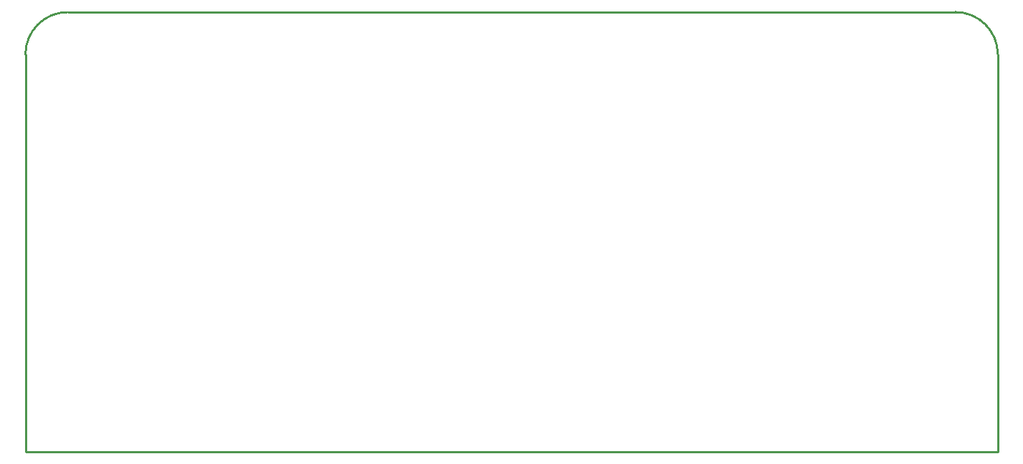
<source format=gm1>
G04*
G04 #@! TF.GenerationSoftware,Altium Limited,Altium Designer,21.2.0 (30)*
G04*
G04 Layer_Color=16711935*
%FSLAX25Y25*%
%MOIN*%
G70*
G04*
G04 #@! TF.SameCoordinates,50EEE562-DE44-4F6C-8D0E-6D451127BC4F*
G04*
G04*
G04 #@! TF.FilePolarity,Positive*
G04*
G01*
G75*
%ADD12C,0.01000*%
%ADD52C,0.00984*%
D12*
X452756Y185039D02*
X452756Y0D01*
X-0Y185039D02*
X0Y0D01*
X452756D01*
X19685Y204724D02*
X433071D01*
D52*
X452756Y185039D02*
G03*
X433071Y204724I-19685J0D01*
G01*
X19685D02*
G03*
X-0Y185039I0J-19685D01*
G01*
M02*

</source>
